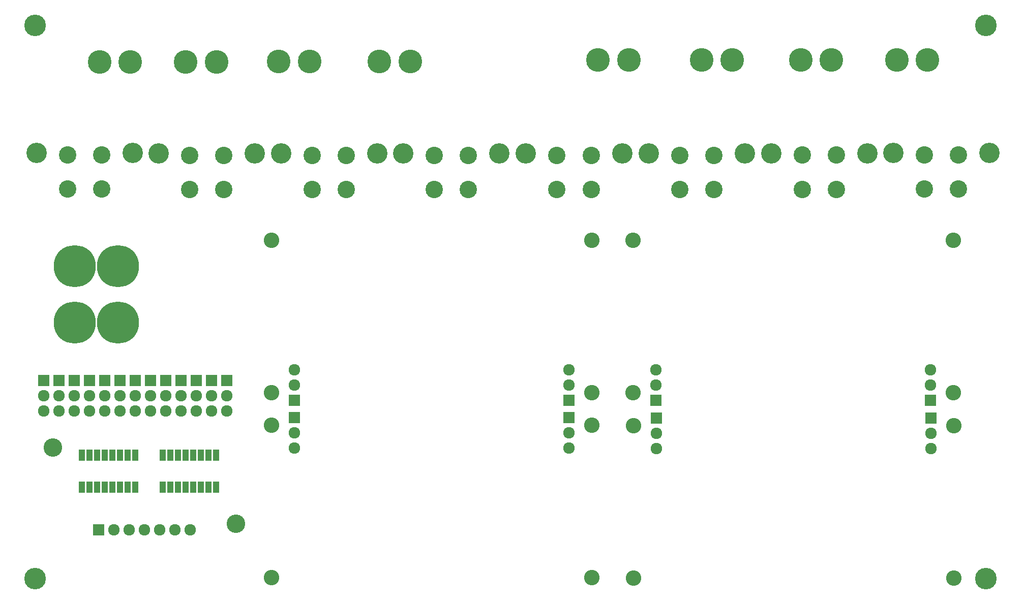
<source format=gbs>
G04 #@! TF.FileFunction,Soldermask,Bot*
%FSLAX46Y46*%
G04 Gerber Fmt 4.6, Leading zero omitted, Abs format (unit mm)*
G04 Created by KiCad (PCBNEW 4.0.7) date 01/29/18 08:59:29*
%MOMM*%
%LPD*%
G01*
G04 APERTURE LIST*
%ADD10C,0.100000*%
%ADD11C,2.900000*%
%ADD12C,3.400000*%
%ADD13C,3.092400*%
%ADD14R,1.924000X1.924000*%
%ADD15C,1.924000*%
%ADD16C,7.004000*%
%ADD17C,3.956000*%
%ADD18C,2.584400*%
%ADD19C,3.600000*%
%ADD20R,1.000000X1.950000*%
G04 APERTURE END LIST*
D10*
D11*
X64109600Y-76479400D03*
X58409600Y-76479400D03*
X64109600Y-82179400D03*
X58409600Y-82179400D03*
D12*
X53239600Y-76154400D03*
X69279600Y-76154400D03*
D11*
X104861600Y-76530200D03*
X99161600Y-76530200D03*
X104861600Y-82230200D03*
X99161600Y-82230200D03*
D12*
X93991600Y-76205200D03*
X110031600Y-76205200D03*
D13*
X86440651Y-137952737D03*
X55960651Y-125252737D03*
D14*
X54436651Y-114076737D03*
D15*
X54436651Y-119156737D03*
X78820651Y-138968737D03*
X76280651Y-138968737D03*
X73740651Y-138968737D03*
X71200651Y-138968737D03*
X68660651Y-138968737D03*
X66120651Y-138968737D03*
D14*
X63580651Y-138968737D03*
D15*
X54436651Y-116616737D03*
X56976651Y-119156737D03*
X56976651Y-116616737D03*
X59516651Y-119156737D03*
X59516651Y-116616737D03*
X62056651Y-119156737D03*
X62056651Y-116616737D03*
X64596651Y-119156737D03*
X64596651Y-116616737D03*
X67136651Y-119156737D03*
X67136651Y-116616737D03*
X69676651Y-119156737D03*
X69676651Y-116616737D03*
X72216651Y-119156737D03*
X72216651Y-116616737D03*
X74756651Y-119156737D03*
X74756651Y-116616737D03*
X77296651Y-119156737D03*
X77296651Y-116616737D03*
X79836651Y-119156737D03*
X79836651Y-116616737D03*
X82376651Y-119156737D03*
X82376651Y-116616737D03*
X84916651Y-119156737D03*
X84916651Y-116616737D03*
D14*
X56976651Y-114076737D03*
X59516651Y-114076737D03*
X62056651Y-114076737D03*
X64596651Y-114076737D03*
X67136651Y-114076737D03*
X69676651Y-114076737D03*
X72216651Y-114076737D03*
X74756651Y-114076737D03*
X77296651Y-114076737D03*
X79836651Y-114076737D03*
X82376651Y-114076737D03*
X84916651Y-114076737D03*
D11*
X78753800Y-76525000D03*
X84453800Y-76525000D03*
X78753800Y-82225000D03*
X84453800Y-82225000D03*
D12*
X89623800Y-76200000D03*
X73583800Y-76200000D03*
D16*
X66802000Y-94996000D03*
X59639200Y-94996000D03*
D17*
X78105000Y-60934600D03*
X83235800Y-60934600D03*
X93599000Y-60909200D03*
X98729800Y-60909200D03*
D11*
X145603200Y-76530200D03*
X139903200Y-76530200D03*
X145603200Y-82230200D03*
X139903200Y-82230200D03*
D12*
X134733200Y-76205200D03*
X150773200Y-76205200D03*
D18*
X205966942Y-90674262D03*
X205966942Y-116074262D03*
D14*
X202156942Y-117344262D03*
D15*
X202156942Y-114804262D03*
X202156942Y-112264262D03*
D18*
X152626942Y-90674262D03*
D17*
X146761200Y-60655200D03*
X151892000Y-60655200D03*
D19*
X53038000Y-147114000D03*
D11*
X160349000Y-76510000D03*
X166049000Y-76510000D03*
X160349000Y-82210000D03*
X166049000Y-82210000D03*
D12*
X171219000Y-76185000D03*
X155179000Y-76185000D03*
D17*
X63754000Y-60934600D03*
X68884800Y-60934600D03*
X164007800Y-60655200D03*
X169138600Y-60655200D03*
X180492400Y-60655200D03*
X185623200Y-60655200D03*
X110363000Y-60909200D03*
X115493800Y-60909200D03*
X196519800Y-60655200D03*
X201650600Y-60655200D03*
D16*
X66802000Y-104394000D03*
X59639200Y-104394000D03*
D20*
X60786651Y-131856737D03*
X63326651Y-131856737D03*
X64596651Y-131856737D03*
X65866651Y-131856737D03*
X67136651Y-131856737D03*
X68406651Y-131856737D03*
X69676651Y-131856737D03*
X69676651Y-126468737D03*
X68406651Y-126468737D03*
X67136651Y-126468737D03*
X65866651Y-126468737D03*
X64596651Y-126468737D03*
X63326651Y-126468737D03*
X62056651Y-126468737D03*
X60786651Y-126468737D03*
X62056651Y-131856737D03*
X74248651Y-131856737D03*
X76788651Y-131856737D03*
X78058651Y-131856737D03*
X79328651Y-131856737D03*
X80598651Y-131856737D03*
X81868651Y-131856737D03*
X83138651Y-131856737D03*
X83138651Y-126468737D03*
X81868651Y-126468737D03*
X80598651Y-126468737D03*
X79328651Y-126468737D03*
X78058651Y-126468737D03*
X76788651Y-126468737D03*
X75518651Y-126468737D03*
X74248651Y-126468737D03*
X75518651Y-131856737D03*
D18*
X152628600Y-90678000D03*
X152628600Y-116078000D03*
D14*
X156438600Y-117348000D03*
D15*
X156438600Y-114808000D03*
X156438600Y-112268000D03*
D18*
X205968600Y-90678000D03*
X206044800Y-147015200D03*
X206044800Y-121615200D03*
D14*
X202234800Y-120345200D03*
D15*
X202234800Y-122885200D03*
X202234800Y-125425200D03*
D18*
X152704800Y-147015200D03*
X92430600Y-90674262D03*
X92430600Y-116074262D03*
D14*
X96240600Y-117344262D03*
D15*
X96240600Y-114804262D03*
X96240600Y-112264262D03*
D18*
X145770600Y-90674262D03*
X145770600Y-146939000D03*
X145770600Y-121539000D03*
D14*
X141960600Y-120269000D03*
D15*
X141960600Y-122809000D03*
X141960600Y-125349000D03*
D18*
X92430600Y-146939000D03*
X145757641Y-90677775D03*
X145757641Y-116077775D03*
D14*
X141947641Y-117347775D03*
D15*
X141947641Y-114807775D03*
X141947641Y-112267775D03*
D18*
X92417641Y-90677775D03*
X92416157Y-146941065D03*
X92416157Y-121541065D03*
D14*
X96226157Y-120271065D03*
D15*
X96226157Y-122811065D03*
X96226157Y-125351065D03*
D18*
X145756157Y-146941065D03*
X152704800Y-147015200D03*
X152704800Y-121615200D03*
D14*
X156514800Y-120345200D03*
D15*
X156514800Y-122885200D03*
X156514800Y-125425200D03*
D18*
X206044800Y-147015200D03*
D11*
X186446400Y-76504800D03*
X180746400Y-76504800D03*
X186446400Y-82204800D03*
X180746400Y-82204800D03*
D12*
X175576400Y-76179800D03*
X191616400Y-76179800D03*
D11*
X119471200Y-76530200D03*
X125171200Y-76530200D03*
X119471200Y-82230200D03*
X125171200Y-82230200D03*
D12*
X130341200Y-76205200D03*
X114301200Y-76205200D03*
D11*
X201106800Y-76479400D03*
X206806800Y-76479400D03*
X201106800Y-82179400D03*
X206806800Y-82179400D03*
D12*
X211976800Y-76154400D03*
X195936800Y-76154400D03*
D19*
X53038000Y-54841400D03*
X211350600Y-54841400D03*
X211350600Y-147114000D03*
M02*

</source>
